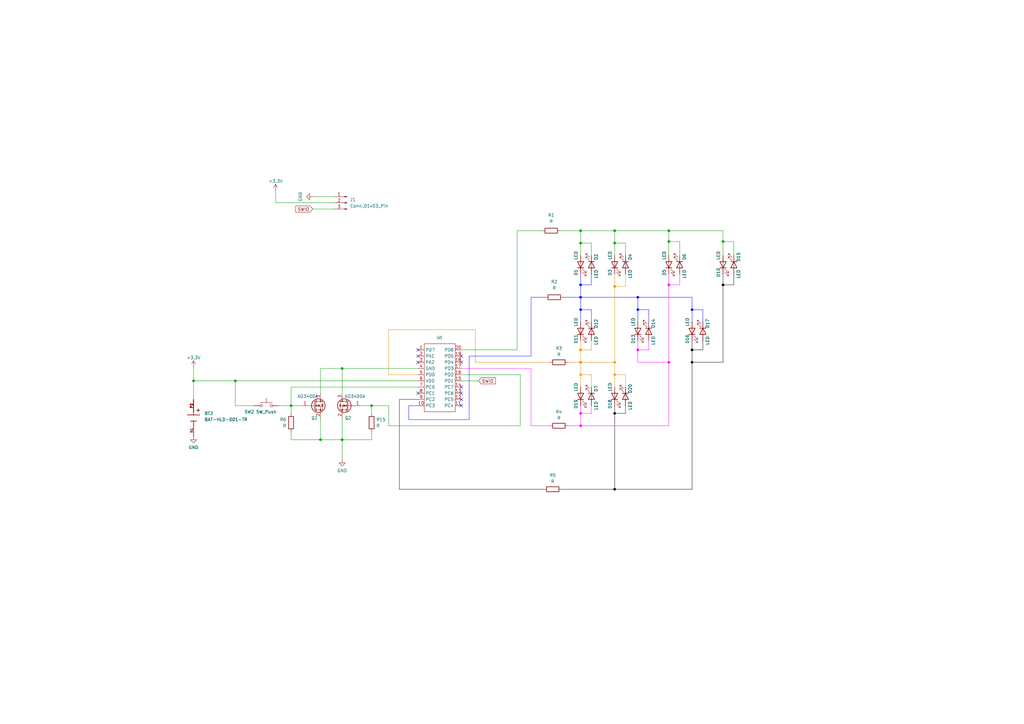
<source format=kicad_sch>
(kicad_sch (version 20230121) (generator eeschema)
  (paper "A3")
  (lib_symbols
    (symbol "1My_Symbols:CH32V003F4U6"
      (property "Reference" "U" (at 0 0 0))
      (symbol "CH32V003F4U6_0_1"
        (rectangle (start -6.35 -2.54) (end 6.35 -30.48))
      )
      (symbol "CH32V003F4U6_1_1"
        (pin bidirectional line (at -8.89 -5.08 0) (length 2.54) (name "PD7") (number "1"))
        (pin bidirectional line (at -8.89 -27.94 0) (length 2.54) (name "PC3") (number "10"))
        (pin bidirectional line (at 8.89 -27.94 180) (length 2.54) (name "PC4") (number "11"))
        (pin bidirectional line (at 8.89 -25.4 180) (length 2.54) (name "PC5") (number "12"))
        (pin bidirectional line (at 8.89 -22.86 180) (length 2.54) (name "PC6") (number "13"))
        (pin bidirectional line (at 8.89 -20.32 180) (length 2.54) (name "PC7") (number "14"))
        (pin bidirectional line (at 8.89 -17.78 180) (length 2.54) (name "PD1") (number "15"))
        (pin bidirectional line (at 8.89 -15.24 180) (length 2.54) (name "PD2") (number "16"))
        (pin bidirectional line (at 8.89 -12.7 180) (length 2.54) (name "PD3") (number "17"))
        (pin bidirectional line (at 8.89 -10.16 180) (length 2.54) (name "PD4") (number "18"))
        (pin bidirectional line (at 8.89 -7.62 180) (length 2.54) (name "PD5") (number "19"))
        (pin bidirectional line (at -8.89 -7.62 0) (length 2.54) (name "PA1") (number "2"))
        (pin bidirectional line (at 8.89 -5.08 180) (length 2.54) (name "PD6") (number "20"))
        (pin bidirectional line (at -8.9076 -10.1652 0) (length 2.54) (name "PA2") (number "3"))
        (pin bidirectional line (at -8.89 -12.7 0) (length 2.54) (name "GND") (number "4"))
        (pin bidirectional line (at -8.89 -15.24 0) (length 2.54) (name "PD0") (number "5"))
        (pin bidirectional line (at -8.89 -17.78 0) (length 2.54) (name "VDD") (number "6"))
        (pin bidirectional line (at -8.89 -20.32 0) (length 2.54) (name "PC0") (number "7"))
        (pin bidirectional line (at -8.89 -22.86 0) (length 2.54) (name "PC1") (number "8"))
        (pin bidirectional line (at -8.89 -25.4 0) (length 2.54) (name "PC2") (number "9"))
      )
    )
    (symbol "Connector:Conn_01x03_Pin" (pin_names (offset 1.016) hide)
      (property "Reference" "J" (at 0 5.08 0))
      (property "Value" "Conn_01x03_Pin" (at 0 -5.08 0))
      (symbol "Conn_01x03_Pin_1_1"
        (polyline (pts (xy 1.27 -2.54) (xy 0.8636 -2.54)) (stroke (width 0.1524)))
        (polyline (pts (xy 1.27 0) (xy 0.8636 0)) (stroke (width 0.1524)))
        (polyline (pts (xy 1.27 2.54) (xy 0.8636 2.54)) (stroke (width 0.1524)))
        (rectangle (start 0.8636 -2.413) (end 0 -2.667) (stroke (width 0.1524)) (fill (type outline)))
        (rectangle (start 0.8636 0.127) (end 0 -0.127) (stroke (width 0.1524)) (fill (type outline)))
        (rectangle (start 0.8636 2.667) (end 0 2.413) (stroke (width 0.1524)) (fill (type outline)))
        (pin passive line (at 5.08 2.54 180) (length 3.81) (name "Pin_1") (number "1"))
        (pin passive line (at 5.08 0 180) (length 3.81) (name "Pin_2") (number "2"))
        (pin passive line (at 5.08 -2.54 180) (length 3.81) (name "Pin_3") (number "3"))
      )
    )
    (symbol "Cr2035:BAT-HLD-001-TR" (pin_names (offset 1.016))
      (property "Reference" "BT" (at -3.81 3.81 0))
      (property "Value" "BAT-HLD-001-TR" (at -3.81 -5.08 0))
      (symbol "BAT-HLD-001-TR_0_0"
        (polyline (pts (xy -3.81 1.905) (xy -2.54 1.905)) (stroke (width 0.254)))
        (polyline (pts (xy -3.175 2.54) (xy -3.175 1.27)) (stroke (width 0.254)))
        (polyline (pts (xy -1.27 0) (xy -2.54 0)) (stroke (width 0.254)))
        (polyline (pts (xy -1.27 0) (xy -1.27 -2.54)) (stroke (width 0.254)))
        (polyline (pts (xy -1.27 2.54) (xy -1.27 0)) (stroke (width 0.254)))
        (polyline (pts (xy 1.27 0) (xy 1.27 -1.27)) (stroke (width 0.254)))
        (polyline (pts (xy 1.27 0) (xy 2.54 0)) (stroke (width 0.254)))
        (polyline (pts (xy 1.27 1.27) (xy 1.27 0)) (stroke (width 0.254)))
        (pin passive line (at 7.62 0 180) (length 5.08) (name "~") (number "N1"))
        (pin passive line (at -7.62 0 0) (length 5.08) (name "~") (number "P1"))
        (pin passive line (at -7.62 0 0) (length 5.08) (name "~") (number "P2"))
      )
    )
    (symbol "Device:LED" (pin_numbers hide) (pin_names (offset 1.016) hide)
      (property "Reference" "D" (at 0 2.54 0))
      (property "Value" "LED" (at 0 -2.54 0))
      (symbol "LED_0_1"
        (polyline (pts (xy -1.27 -1.27) (xy -1.27 1.27)) (stroke (width 0.254)))
        (polyline (pts (xy -1.27 0) (xy 1.27 0)))
        (polyline (pts (xy 1.27 -1.27) (xy 1.27 1.27) (xy -1.27 0) (xy 1.27 -1.27)) (stroke (width 0.254)))
        (polyline (pts (xy -3.048 -0.762) (xy -4.572 -2.286) (xy -3.81 -2.286) (xy -4.572 -2.286) (xy -4.572 -1.524)))
        (polyline (pts (xy -1.778 -0.762) (xy -3.302 -2.286) (xy -2.54 -2.286) (xy -3.302 -2.286) (xy -3.302 -1.524)))
      )
      (symbol "LED_1_1"
        (pin passive line (at -3.81 0 0) (length 2.54) (name "K") (number "1"))
        (pin passive line (at 3.81 0 180) (length 2.54) (name "A") (number "2"))
      )
    )
    (symbol "Device:R" (pin_numbers hide) (pin_names (offset 0))
      (property "Reference" "R" (at 2.032 0 90))
      (property "Value" "R" (at 0 0 90))
      (symbol "R_0_1"
        (rectangle (start -1.016 -2.54) (end 1.016 2.54) (stroke (width 0.254)))
      )
      (symbol "R_1_1"
        (pin passive line (at 0 3.81 270) (length 1.27) (name "~") (number "1"))
        (pin passive line (at 0 -3.81 90) (length 1.27) (name "~") (number "2"))
      )
    )
    (symbol "Switch:SW_Push" (pin_numbers hide) (pin_names (offset 1.016) hide)
      (property "Reference" "SW" (at 1.27 2.54 0))
      (property "Value" "SW_Push" (at 0 -1.524 0))
      (symbol "SW_Push_0_1"
        (circle (center -2.032 0) (radius 0.508))
        (polyline (pts (xy 0 1.27) (xy 0 3.048)))
        (polyline (pts (xy 2.54 1.27) (xy -2.54 1.27)))
        (circle (center 2.032 0) (radius 0.508))
        (pin passive line (at -5.08 0 0) (length 2.54) (name "1") (number "1"))
        (pin passive line (at 5.08 0 180) (length 2.54) (name "2") (number "2"))
      )
    )
    (symbol "Transistor_FET:AO3400A" (pin_names hide)
      (property "Reference" "Q" (at 5.08 1.905 0))
      (property "Value" "AO3400A" (at 5.08 0 0))
      (symbol "AO3400A_0_1"
        (polyline (pts (xy 0.254 0) (xy -2.54 0)))
        (polyline (pts (xy 0.254 1.905) (xy 0.254 -1.905)) (stroke (width 0.254)))
        (polyline (pts (xy 0.762 -1.27) (xy 0.762 -2.286)) (stroke (width 0.254)))
        (polyline (pts (xy 0.762 0.508) (xy 0.762 -0.508)) (stroke (width 0.254)))
        (polyline (pts (xy 0.762 2.286) (xy 0.762 1.27)) (stroke (width 0.254)))
        (polyline (pts (xy 2.54 2.54) (xy 2.54 1.778)))
        (polyline (pts (xy 2.54 -2.54) (xy 2.54 0) (xy 0.762 0)))
        (polyline (pts (xy 0.762 -1.778) (xy 3.302 -1.778) (xy 3.302 1.778) (xy 0.762 1.778)))
        (polyline (pts (xy 1.016 0) (xy 2.032 0.381) (xy 2.032 -0.381) (xy 1.016 0)) (fill (type outline)))
        (polyline (pts (xy 2.794 0.508) (xy 2.921 0.381) (xy 3.683 0.381) (xy 3.81 0.254)))
        (polyline (pts (xy 3.302 0.381) (xy 2.921 -0.254) (xy 3.683 -0.254) (xy 3.302 0.381)))
        (circle (center 1.651 0) (radius 2.794) (stroke (width 0.254)))
        (circle (center 2.54 -1.778) (radius 0.254) (fill (type outline)))
        (circle (center 2.54 1.778) (radius 0.254) (fill (type outline)))
      )
      (symbol "AO3400A_1_1"
        (pin input line (at -5.08 0 0) (length 2.54) (name "G") (number "1"))
        (pin passive line (at 2.54 -5.08 90) (length 2.54) (name "S") (number "2"))
        (pin passive line (at 2.54 5.08 270) (length 2.54) (name "D") (number "3"))
      )
    )
    (symbol "power:+3.3V" (power) (pin_names (offset 0))
      (property "Value" "+3.3V" (at 0 3.556 0))
      (symbol "+3.3V_0_1"
        (polyline (pts (xy -0.762 1.27) (xy 0 2.54)))
        (polyline (pts (xy 0 0) (xy 0 2.54)))
        (polyline (pts (xy 0 2.54) (xy 0.762 1.27)))
      )
      (symbol "+3.3V_1_1"
        (pin power_in line (at 0 0 90) (length 0) hide (name "+3.3V") (number "1"))
      )
    )
    (symbol "power:GND" (power) (pin_names (offset 0))
      (property "Value" "GND" (at 0 -3.81 0))
      (symbol "GND_0_1"
        (polyline (pts (xy 0 0) (xy 0 -1.27) (xy 1.27 -1.27) (xy 0 -2.54) (xy -1.27 -1.27) (xy 0 -1.27)))
      )
      (symbol "GND_1_1"
        (pin power_in line (at 0 0 270) (length 0) hide (name "GND") (number "1"))
      )
    )
  )
  (junction (at 238.125 169.545) (color 255 0 255 1))
  (junction (at 296.545 99.06))
  (junction (at 261.62 143.51) (color 255 0 255 1))
  (junction (at 252.095 153.67) (color 255 153 0 1))
  (junction (at 252.095 169.545) (color 0 0 0 1))
  (junction (at 140.335 180.34))
  (junction (at 238.125 153.67) (color 255 153 0 1))
  (junction (at 296.545 116.84) (color 0 0 0 1))
  (junction (at 152.4 166.37))
  (junction (at 252.095 200.66) (color 0 0 0 1))
  (junction (at 252.095 94.615))
  (junction (at 252.095 117.475) (color 221 133 0 1))
  (junction (at 238.125 94.615))
  (junction (at 252.095 99.695))
  (junction (at 238.125 148.59) (color 221 133 0 1))
  (junction (at 238.125 99.695))
  (junction (at 283.845 143.51) (color 0 0 0 1))
  (junction (at 79.375 156.21))
  (junction (at 283.845 148.59) (color 0 0 0 1))
  (junction (at 238.125 143.51) (color 221 133 0 1))
  (junction (at 283.845 127) (color 0 0 255 1))
  (junction (at 238.125 174.625) (color 255 0 255 1))
  (junction (at 261.62 121.92) (color 0 0 255 1))
  (junction (at 261.62 127) (color 0 0 255 1))
  (junction (at 238.125 121.92) (color 0 0 255 1))
  (junction (at 140.335 151.13))
  (junction (at 131.445 180.34))
  (junction (at 252.095 148.59) (color 255 153 0 1))
  (junction (at 274.32 94.615))
  (junction (at 274.32 116.84) (color 255 0 255 1))
  (junction (at 274.32 99.06))
  (junction (at 274.32 148.59) (color 255 0 255 1))
  (junction (at 119.38 166.37))
  (junction (at 238.125 116.84) (color 0 0 255 1))
  (junction (at 238.125 127) (color 0 0 255 1))
  (junction (at 96.52 156.21))
  (no_connect (at 189.23 161.29))
  (no_connect (at 171.45 146.05))
  (no_connect (at 189.23 163.83))
  (no_connect (at 171.45 161.29))
  (no_connect (at 189.23 146.05))
  (no_connect (at 171.45 143.51))
  (no_connect (at 171.45 148.59))
  (no_connect (at 189.23 158.75))
  (no_connect (at 189.23 148.59))
  (no_connect (at 189.23 166.37))
  (wire (pts (xy 296.545 99.06) (xy 300.99 99.06)))
  (wire (pts (xy 256.54 169.545) (xy 256.54 166.37)) (stroke (width 0) (color 0 0 0 1)))
  (wire (pts (xy 212.09 94.615) (xy 222.25 94.615)))
  (wire (pts (xy 119.38 158.75) (xy 119.38 166.37)))
  (wire (pts (xy 159.385 135.255) (xy 159.385 153.67)) (stroke (width 0) (color 221 133 0 1)))
  (wire (pts (xy 300.99 99.06) (xy 300.99 104.775)))
  (wire (pts (xy 256.54 99.695) (xy 256.54 104.775)))
  (wire (pts (xy 119.38 177.165) (xy 119.38 180.34)))
  (wire (pts (xy 261.62 132.08) (xy 261.62 127)) (stroke (width 0) (color 0 0 255 1)))
  (wire (pts (xy 217.805 121.92) (xy 223.52 121.92)) (stroke (width 0) (color 0 0 255 1)))
  (wire (pts (xy 167.64 172.085) (xy 167.64 166.37)) (stroke (width 0) (color 0 0 255 1)))
  (wire (pts (xy 238.125 104.775) (xy 238.125 99.695)))
  (wire (pts (xy 252.095 117.475) (xy 256.54 117.475)) (stroke (width 0) (color 221 133 0 1)))
  (wire (pts (xy 252.095 94.615) (xy 274.32 94.615)))
  (wire (pts (xy 283.845 143.51) (xy 288.29 143.51)) (stroke (width 0) (color 0 0 0 1)))
  (wire (pts (xy 296.545 94.615) (xy 296.545 99.06)))
  (wire (pts (xy 238.125 99.695) (xy 242.57 99.695)))
  (wire (pts (xy 238.125 153.67) (xy 242.57 153.67)) (stroke (width 0) (color 221 133 0 1)))
  (wire (pts (xy 278.765 112.395) (xy 278.765 116.84)) (stroke (width 0) (color 255 0 255 1)))
  (wire (pts (xy 274.32 104.775) (xy 274.32 99.06)))
  (wire (pts (xy 266.065 143.51) (xy 266.065 139.7)) (stroke (width 0) (color 255 0 255 1)))
  (wire (pts (xy 261.62 148.59) (xy 274.32 148.59)) (stroke (width 0) (color 255 0 255 1)))
  (wire (pts (xy 123.825 166.37) (xy 119.38 166.37)))
  (wire (pts (xy 252.095 99.695) (xy 252.095 94.615)))
  (wire (pts (xy 252.095 112.395) (xy 252.095 117.475)) (stroke (width 0) (color 221 133 0 1)))
  (wire (pts (xy 296.545 116.84) (xy 300.99 116.84)) (stroke (width 0) (color 0 0 0 1)))
  (wire (pts (xy 274.32 99.06) (xy 278.765 99.06)))
  (wire (pts (xy 283.845 148.59) (xy 283.845 200.66)) (stroke (width 0) (color 0 0 0 1)))
  (wire (pts (xy 238.125 112.395) (xy 238.125 116.84)) (stroke (width 0) (color 0 0 255 1)))
  (wire (pts (xy 274.32 112.395) (xy 274.32 116.84)) (stroke (width 0) (color 255 0 255 1)))
  (wire (pts (xy 79.375 156.21) (xy 96.52 156.21)))
  (wire (pts (xy 274.32 99.06) (xy 274.32 94.615)))
  (wire (pts (xy 238.125 148.59) (xy 252.095 148.59)) (stroke (width 0) (color 221 133 0 1)))
  (wire (pts (xy 104.14 166.37) (xy 96.52 166.37)))
  (wire (pts (xy 238.125 121.92) (xy 261.62 121.92)) (stroke (width 0) (color 0 0 255 1)))
  (wire (pts (xy 274.32 94.615) (xy 296.545 94.615)))
  (wire (pts (xy 113.03 83.185) (xy 137.16 83.185)))
  (wire (pts (xy 79.375 156.21) (xy 79.375 150.495)))
  (wire (pts (xy 256.54 117.475) (xy 256.54 112.395)) (stroke (width 0) (color 221 133 0 1)))
  (wire (pts (xy 238.125 143.51) (xy 238.125 148.59)) (stroke (width 0) (color 221 133 0 1)))
  (wire (pts (xy 238.125 169.545) (xy 238.125 174.625)) (stroke (width 0) (color 255 0 255 1)))
  (wire (pts (xy 252.095 99.695) (xy 256.54 99.695)))
  (wire (pts (xy 261.62 127) (xy 266.065 127)) (stroke (width 0) (color 0 0 255 1)))
  (wire (pts (xy 242.57 139.7) (xy 242.57 143.51)) (stroke (width 0) (color 221 133 0 1)))
  (wire (pts (xy 131.445 161.29) (xy 131.445 151.13)))
  (wire (pts (xy 252.095 158.75) (xy 252.095 153.67)) (stroke (width 0) (color 221 133 0 1)))
  (wire (pts (xy 283.845 127) (xy 288.29 127)) (stroke (width 0) (color 0 0 255 1)))
  (wire (pts (xy 189.23 151.13) (xy 217.805 151.13)) (stroke (width 0) (color 255 0 255 1)))
  (wire (pts (xy 252.095 153.67) (xy 256.54 153.67)) (stroke (width 0) (color 221 133 0 1)))
  (wire (pts (xy 283.845 121.92) (xy 261.62 121.92)) (stroke (width 0) (color 0 0 255 1)))
  (wire (pts (xy 242.57 169.545) (xy 242.57 166.37)) (stroke (width 0) (color 255 0 255 1)))
  (wire (pts (xy 128.27 85.725) (xy 137.16 85.725)))
  (wire (pts (xy 252.095 148.59) (xy 252.095 153.67)) (stroke (width 0) (color 255 153 0 1)))
  (wire (pts (xy 283.845 139.7) (xy 283.845 143.51)) (stroke (width 0) (color 0 0 0 1)))
  (wire (pts (xy 238.125 127) (xy 238.125 121.92)) (stroke (width 0) (color 0 0 255 1)))
  (wire (pts (xy 283.845 127) (xy 283.845 121.92)) (stroke (width 0) (color 0 0 255 1)))
  (wire (pts (xy 140.335 151.13) (xy 171.45 151.13)))
  (wire (pts (xy 159.385 166.37) (xy 152.4 166.37)))
  (wire (pts (xy 283.845 143.51) (xy 283.845 148.59)) (stroke (width 0) (color 0 0 0 1)))
  (wire (pts (xy 217.805 151.13) (xy 217.805 174.625)) (stroke (width 0) (color 255 0 255 1)))
  (wire (pts (xy 252.095 169.545) (xy 252.095 200.66)) (stroke (width 0) (color 0 0 0 1)))
  (wire (pts (xy 274.32 148.59) (xy 274.32 174.625)) (stroke (width 0) (color 255 0 255 1)))
  (wire (pts (xy 113.03 83.185) (xy 113.03 78.105)))
  (wire (pts (xy 163.83 200.66) (xy 222.885 200.66)) (stroke (width 0) (color 0 0 0 1)))
  (wire (pts (xy 252.095 117.475) (xy 252.095 148.59)) (stroke (width 0) (color 221 133 0 1)))
  (wire (pts (xy 140.335 180.34) (xy 140.335 188.595)))
  (wire (pts (xy 189.23 156.21) (xy 196.215 156.21)))
  (wire (pts (xy 171.45 158.75) (xy 119.38 158.75)))
  (wire (pts (xy 233.045 148.59) (xy 238.125 148.59)) (stroke (width 0) (color 221 133 0 1)))
  (wire (pts (xy 194.945 148.59) (xy 225.425 148.59)) (stroke (width 0) (color 221 133 0 1)))
  (wire (pts (xy 296.545 104.775) (xy 296.545 99.06)))
  (wire (pts (xy 238.125 99.695) (xy 238.125 94.615)))
  (wire (pts (xy 147.955 166.37) (xy 152.4 166.37)))
  (wire (pts (xy 256.54 153.67) (xy 256.54 158.75)) (stroke (width 0) (color 221 133 0 1)))
  (wire (pts (xy 238.125 116.84) (xy 242.57 116.84)) (stroke (width 0) (color 0 0 255 1)))
  (wire (pts (xy 152.4 180.34) (xy 140.335 180.34)))
  (wire (pts (xy 238.125 127) (xy 242.57 127)) (stroke (width 0) (color 0 0 255 1)))
  (wire (pts (xy 238.125 132.08) (xy 238.125 127)) (stroke (width 0) (color 0 0 255 1)))
  (wire (pts (xy 274.32 116.84) (xy 278.765 116.84)) (stroke (width 0) (color 255 0 255 1)))
  (wire (pts (xy 238.125 174.625) (xy 274.32 174.625)) (stroke (width 0) (color 255 0 255 1)))
  (wire (pts (xy 194.945 135.255) (xy 159.385 135.255)) (stroke (width 0) (color 221 133 0 1)))
  (wire (pts (xy 261.62 143.51) (xy 266.065 143.51)) (stroke (width 0) (color 255 0 255 1)))
  (wire (pts (xy 252.095 169.545) (xy 256.54 169.545)) (stroke (width 0) (color 0 0 0 1)))
  (wire (pts (xy 242.57 99.695) (xy 242.57 104.775)))
  (wire (pts (xy 194.945 148.59) (xy 194.945 135.255)) (stroke (width 0) (color 221 133 0 1)))
  (wire (pts (xy 288.29 143.51) (xy 288.29 139.7)) (stroke (width 0) (color 0 0 0 1)))
  (wire (pts (xy 119.38 166.37) (xy 119.38 169.545)))
  (wire (pts (xy 278.765 99.06) (xy 278.765 104.775)))
  (wire (pts (xy 217.805 121.92) (xy 217.805 146.05)) (stroke (width 0) (color 0 0 255 1)))
  (wire (pts (xy 252.095 104.775) (xy 252.095 99.695)))
  (wire (pts (xy 128.27 80.645) (xy 137.16 80.645)))
  (wire (pts (xy 159.385 153.67) (xy 171.45 153.67)) (stroke (width 0) (color 221 133 0 1)))
  (wire (pts (xy 252.095 166.37) (xy 252.095 169.545)) (stroke (width 0) (color 0 0 0 1)))
  (wire (pts (xy 242.57 127) (xy 242.57 132.08)) (stroke (width 0) (color 0 0 255 1)))
  (wire (pts (xy 238.125 94.615) (xy 252.095 94.615)))
  (wire (pts (xy 212.09 94.615) (xy 212.09 143.51)))
  (wire (pts (xy 189.23 153.67) (xy 213.36 153.67)))
  (wire (pts (xy 238.125 153.67) (xy 238.125 148.59)) (stroke (width 0) (color 221 133 0 1)))
  (wire (pts (xy 163.83 163.83) (xy 171.45 163.83)) (stroke (width 0) (color 0 0 0 1)))
  (wire (pts (xy 261.62 143.51) (xy 261.62 148.59)) (stroke (width 0) (color 255 0 255 1)))
  (wire (pts (xy 274.32 116.84) (xy 274.32 148.59)) (stroke (width 0) (color 255 0 255 1)))
  (wire (pts (xy 238.125 169.545) (xy 242.57 169.545)) (stroke (width 0) (color 255 0 255 1)))
  (wire (pts (xy 242.57 153.67) (xy 242.57 158.75)) (stroke (width 0) (color 221 133 0 1)))
  (wire (pts (xy 140.335 151.13) (xy 140.335 161.29)))
  (wire (pts (xy 238.125 166.37) (xy 238.125 169.545)) (stroke (width 0) (color 255 0 255 1)))
  (wire (pts (xy 96.52 156.21) (xy 171.45 156.21)))
  (wire (pts (xy 288.29 127) (xy 288.29 132.08)) (stroke (width 0) (color 0 0 255 1)))
  (wire (pts (xy 213.36 174.625) (xy 159.385 174.625)))
  (wire (pts (xy 229.87 94.615) (xy 238.125 94.615)))
  (wire (pts (xy 283.845 132.08) (xy 283.845 127)) (stroke (width 0) (color 0 0 255 1)))
  (wire (pts (xy 96.52 166.37) (xy 96.52 156.21)))
  (wire (pts (xy 300.99 112.395) (xy 300.99 116.84)) (stroke (width 0) (color 0 0 0 1)))
  (wire (pts (xy 167.64 166.37) (xy 171.45 166.37)) (stroke (width 0) (color 0 0 255 1)))
  (wire (pts (xy 238.125 121.92) (xy 231.14 121.92)) (stroke (width 0) (color 0 0 255 1)))
  (wire (pts (xy 296.545 112.395) (xy 296.545 116.84)) (stroke (width 0) (color 0 0 0 1)))
  (wire (pts (xy 192.405 146.05) (xy 192.405 172.085)) (stroke (width 0) (color 0 0 255 1)))
  (wire (pts (xy 296.545 148.59) (xy 283.845 148.59)) (stroke (width 0) (color 0 0 0 1)))
  (wire (pts (xy 159.385 174.625) (xy 159.385 166.37)))
  (wire (pts (xy 131.445 171.45) (xy 131.445 180.34)))
  (wire (pts (xy 233.045 174.625) (xy 238.125 174.625)) (stroke (width 0) (color 255 0 255 1)))
  (wire (pts (xy 152.4 166.37) (xy 152.4 169.545)))
  (wire (pts (xy 296.545 116.84) (xy 296.545 148.59)) (stroke (width 0) (color 0 0 0 1)))
  (wire (pts (xy 192.405 172.085) (xy 167.64 172.085)) (stroke (width 0) (color 0 0 255 1)))
  (wire (pts (xy 252.095 200.66) (xy 283.845 200.66)) (stroke (width 0) (color 0 0 0 1)))
  (wire (pts (xy 213.36 153.67) (xy 213.36 174.625)))
  (wire (pts (xy 131.445 151.13) (xy 140.335 151.13)))
  (wire (pts (xy 238.125 158.75) (xy 238.125 153.67)) (stroke (width 0) (color 221 133 0 1)))
  (wire (pts (xy 212.09 143.51) (xy 189.23 143.51)))
  (wire (pts (xy 225.425 174.625) (xy 217.805 174.625)) (stroke (width 0) (color 255 0 255 1)))
  (wire (pts (xy 131.445 180.34) (xy 119.38 180.34)))
  (wire (pts (xy 261.62 127) (xy 261.62 121.92)) (stroke (width 0) (color 0 0 255 1)))
  (wire (pts (xy 152.4 177.165) (xy 152.4 180.34)))
  (wire (pts (xy 266.065 127) (xy 266.065 132.08)) (stroke (width 0) (color 0 0 255 1)))
  (wire (pts (xy 163.83 200.66) (xy 163.83 163.83)) (stroke (width 0) (color 0 0 0 1)))
  (wire (pts (xy 140.335 171.45) (xy 140.335 180.34)))
  (wire (pts (xy 238.125 139.7) (xy 238.125 143.51)) (stroke (width 0) (color 221 133 0 1)))
  (wire (pts (xy 131.445 180.34) (xy 140.335 180.34)))
  (wire (pts (xy 192.405 146.05) (xy 217.805 146.05)) (stroke (width 0) (color 0 0 255 1)))
  (wire (pts (xy 238.125 143.51) (xy 242.57 143.51)) (stroke (width 0) (color 221 133 0 1)))
  (wire (pts (xy 242.57 116.84) (xy 242.57 112.395)) (stroke (width 0) (color 0 0 255 1)))
  (wire (pts (xy 79.375 156.21) (xy 79.375 163.83)))
  (wire (pts (xy 261.62 139.7) (xy 261.62 143.51)) (stroke (width 0) (color 255 0 255 1)))
  (wire (pts (xy 238.125 116.84) (xy 238.125 121.92)) (stroke (width 0) (color 0 0 255 1)))
  (wire (pts (xy 114.3 166.37) (xy 119.38 166.37)))
  (wire (pts (xy 230.505 200.66) (xy 252.095 200.66)) (stroke (width 0) (color 0 0 0 1)))
  (global_label "SWIO" (shape input) (at 128.27 85.725 180) (property "Intersheetrefs" "${INTERSHEET_REFS}" (effects hide)))
  (global_label "SWIO" (shape input) (at 196.215 156.21 0) (property "Intersheetrefs" "${INTERSHEET_REFS}" (effects hide)))
  (symbol (lib_id "power:GND") (at 79.375 179.07 0) (unit 1)
    (property "Reference" "#PWR02" (effects hide))
    (property "Value" "GND" (at 79.375 183.515 0))
  )
  (symbol (lib_id "Device:R") (at 119.38 173.355 0) (mirror y) (unit 1)
    (property "Reference" "R6" (at 117.475 172.085 0) (effects (justify left)))
    (property "Value" "R" (at 117.475 174.625 0) (effects (justify left)))
    (property "Footprint" "Resistor_SMD:R_0603_1608Metric" (effects hide))
  )
  (symbol (lib_id "Device:LED") (at 238.125 108.585 90) (unit 1)
    (property "Reference" "D1" (at 236.22 111.76 0))
    (property "Value" "LED" (at 236.22 104.775 0))
    (property "Footprint" "LED_SMD:LED_0603_1608Metric" (effects hide))
  )
  (symbol (lib_id "1My_Symbols:CH32V003F4U6") (at 180.34 138.43 0) (unit 1)
    (property "Reference" "U1" (at 180.3312 138.43 0))
    (property "Value" "~" (at 180.34 138.43 0))
    (property "Footprint" "Package_DFN_QFN:QFN-20-1EP_3x3mm_P0.4mm_EP1.65x1.65mm" (effects hide))
  )
  (symbol (lib_id "Device:LED") (at 256.54 162.56 270) (unit 1)
    (property "Reference" "D20" (at 258.445 159.385 0))
    (property "Value" "LED" (at 258.445 166.37 0))
    (property "Footprint" "LED_SMD:LED_0603_1608Metric" (effects hide))
  )
  (symbol (lib_id "Device:LED") (at 242.57 135.89 270) (unit 1)
    (property "Reference" "D12" (at 244.475 132.715 0))
    (property "Value" "LED" (at 244.475 139.7 0))
    (property "Footprint" "LED_SMD:LED_0603_1608Metric" (effects hide))
  )
  (symbol (lib_id "Cr2035:BAT-HLD-001-TR") (at 79.375 171.45 270) (unit 1)
    (property "Reference" "BT2" (at 83.82 169.545 90) (effects (justify left)))
    (property "Value" "BAT-HLD-001-TR" (at 83.82 172.085 90) (effects (justify left)))
    (property "Footprint" "CR2032:BAT_BAT-HLD-001-TR" (effects hide))
    (property "MF" "Linx Technologies" (effects hide))
    (property "MAXIMUM_PACKAGE_HEIGHT" "4.2 mm" (effects hide))
    (property "Package" "None" (effects hide))
    (property "Price" "None" (effects hide))
    (property "Check_prices" "https://www.snapeda.com/parts/BAT-HLD-001-TR/Linx+Technologies+Inc./view-part/?ref=eda" (effects hide))
    (property "STANDARD" "Manufacturer Recommendations" (effects hide))
    (property "PARTREV" "B" (effects hide))
    (property "SnapEDA_Link" "https://www.snapeda.com/parts/BAT-HLD-001-TR/Linx+Technologies+Inc./view-part/?ref=snap" (effects hide))
    (property "MP" "BAT-HLD-001-TR" (effects hide))
    (property "Description" "\nHolder for CR2032 and CR2025 Batteries, Surface-Mount, Tape and Reel Packaging\n" (effects hide))
    (property "Availability" "In Stock" (effects hide))
    (property "MANUFACTURER" "Linx Technologies" (effects hide))
  )
  (symbol (lib_id "Device:LED") (at 238.125 162.56 90) (unit 1)
    (property "Reference" "D19" (at 236.22 165.735 0))
    (property "Value" "LED" (at 236.22 158.75 0))
    (property "Footprint" "LED_SMD:LED_0603_1608Metric" (effects hide))
  )
  (symbol (lib_id "Device:LED") (at 278.765 108.585 270) (unit 1)
    (property "Reference" "D6" (at 280.67 105.41 0))
    (property "Value" "LED" (at 280.67 112.395 0))
    (property "Footprint" "LED_SMD:LED_0603_1608Metric" (effects hide))
  )
  (symbol (lib_id "Device:LED") (at 261.62 135.89 90) (unit 1)
    (property "Reference" "D13" (at 259.715 139.065 0))
    (property "Value" "LED" (at 259.715 132.08 0))
    (property "Footprint" "LED_SMD:LED_0603_1608Metric" (effects hide))
  )
  (symbol (lib_id "power:+3.3V") (at 79.375 150.495 0) (mirror y) (unit 1)
    (property "Reference" "#PWR01" (effects hide))
    (property "Value" "+3.3V" (at 79.375 146.685 0))
  )
  (symbol (lib_id "Device:LED") (at 252.095 162.56 90) (unit 1)
    (property "Reference" "D18" (at 250.19 165.735 0))
    (property "Value" "LED" (at 250.19 158.75 0))
    (property "Footprint" "LED_SMD:LED_0603_1608Metric" (effects hide))
  )
  (symbol (lib_id "Device:LED") (at 242.57 108.585 270) (unit 1)
    (property "Reference" "D2" (at 244.475 105.41 0))
    (property "Value" "LED" (at 244.475 112.395 0))
    (property "Footprint" "LED_SMD:LED_0603_1608Metric" (effects hide))
  )
  (symbol (lib_id "Device:R") (at 152.4 173.355 0) (unit 1)
    (property "Reference" "R15" (at 154.305 172.085 0) (effects (justify left)))
    (property "Value" "R" (at 154.305 174.625 0) (effects (justify left)))
    (property "Footprint" "Resistor_SMD:R_0603_1608Metric" (effects hide))
  )
  (symbol (lib_id "Device:LED") (at 288.29 135.89 270) (unit 1)
    (property "Reference" "D17" (at 290.195 132.715 0))
    (property "Value" "LED" (at 290.195 139.7 0))
    (property "Footprint" "LED_SMD:LED_0603_1608Metric" (effects hide))
  )
  (symbol (lib_id "Device:LED") (at 238.125 135.89 90) (unit 1)
    (property "Reference" "D11" (at 236.22 139.065 0))
    (property "Value" "LED" (at 236.22 132.08 0))
    (property "Footprint" "LED_SMD:LED_0603_1608Metric" (effects hide))
  )
  (symbol (lib_id "Device:LED") (at 300.99 108.585 270) (unit 1)
    (property "Reference" "D15" (at 302.895 105.41 0))
    (property "Value" "LED" (at 302.895 112.395 0))
    (property "Footprint" "LED_SMD:LED_0603_1608Metric" (effects hide))
  )
  (symbol (lib_id "Device:LED") (at 256.54 108.585 270) (unit 1)
    (property "Reference" "D4" (at 258.445 105.41 0))
    (property "Value" "LED" (at 258.445 112.395 0))
    (property "Footprint" "LED_SMD:LED_0603_1608Metric" (effects hide))
  )
  (symbol (lib_id "Device:R") (at 226.695 200.66 270) (unit 1)
    (property "Reference" "R5" (at 226.695 194.945 90))
    (property "Value" "R" (at 226.695 197.485 90))
    (property "Footprint" "Resistor_SMD:R_0603_1608Metric" (effects hide))
  )
  (symbol (lib_id "Device:LED") (at 283.845 135.89 90) (unit 1)
    (property "Reference" "D16" (at 281.94 139.065 0))
    (property "Value" "LED" (at 281.94 132.08 0))
    (property "Footprint" "LED_SMD:LED_0603_1608Metric" (effects hide))
  )
  (symbol (lib_id "power:GND") (at 128.27 80.645 270) (mirror x) (unit 1)
    (property "Reference" "#PWR06" (effects hide))
    (property "Value" "GND" (at 123.19 80.645 0))
  )
  (symbol (lib_id "Device:LED") (at 242.57 162.56 270) (unit 1)
    (property "Reference" "D7" (at 244.475 159.385 0))
    (property "Value" "LED" (at 244.475 166.37 0))
    (property "Footprint" "LED_SMD:LED_0603_1608Metric" (effects hide))
  )
  (symbol (lib_id "power:+3.3V") (at 113.03 78.105 0) (unit 1)
    (property "Reference" "#PWR012" (effects hide))
    (property "Value" "+3.3V" (at 113.03 74.295 0))
  )
  (symbol (lib_id "Connector:Conn_01x03_Pin") (at 142.24 83.185 0) (mirror y) (unit 1)
    (property "Reference" "J1" (at 143.51 81.915 0) (effects (justify right)))
    (property "Value" "Conn_01x03_Pin" (at 143.51 84.455 0) (effects (justify right)))
    (property "Footprint" "Connector_PinHeader_2.00mm:PinHeader_1x03_P2.00mm_Vertical" (effects hide))
  )
  (symbol (lib_id "Device:R") (at 227.33 121.92 270) (unit 1)
    (property "Reference" "R2" (at 227.33 115.57 90))
    (property "Value" "R" (at 227.33 118.11 90))
    (property "Footprint" "Resistor_SMD:R_0603_1608Metric" (effects hide))
  )
  (symbol (lib_id "Transistor_FET:AO3400A") (at 128.905 166.37 0) (unit 1)
    (property "Reference" "Q1" (at 127.635 171.45 0) (effects (justify left)))
    (property "Value" "AO3400A" (at 121.92 162.56 0) (effects (justify left)))
    (property "Footprint" "Package_TO_SOT_SMD:SOT-23" (effects hide))
    (property "Datasheet" "http://www.aosmd.com/pdfs/datasheet/AO3400A.pdf" (effects hide))
  )
  (symbol (lib_id "Device:LED") (at 266.065 135.89 270) (unit 1)
    (property "Reference" "D14" (at 267.97 132.715 0))
    (property "Value" "LED" (at 267.97 139.7 0))
    (property "Footprint" "LED_SMD:LED_0603_1608Metric" (effects hide))
  )
  (symbol (lib_id "Device:LED") (at 274.32 108.585 90) (unit 1)
    (property "Reference" "D5" (at 272.415 111.76 0))
    (property "Value" "LED" (at 272.415 104.775 0))
    (property "Footprint" "LED_SMD:LED_0603_1608Metric" (effects hide))
  )
  (symbol (lib_id "Switch:SW_Push") (at 109.22 166.37 0) (mirror y) (unit 1)
    (property "Reference" "SW2" (at 102.235 168.91 0))
    (property "Value" "SW_Push" (at 109.22 168.91 0))
    (property "Footprint" "Button_Switch_SMD:SW_SPST_PTS810" (effects hide))
  )
  (symbol (lib_id "Device:R") (at 229.235 174.625 270) (unit 1)
    (property "Reference" "R4" (at 229.235 168.91 90))
    (property "Value" "R" (at 229.235 171.45 90))
    (property "Footprint" "Resistor_SMD:R_0603_1608Metric" (effects hide))
  )
  (symbol (lib_id "power:GND") (at 140.335 188.595 0) (mirror y) (unit 1)
    (property "Reference" "#PWR03" (effects hide))
    (property "Value" "GND" (at 140.335 193.04 0))
  )
  (symbol (lib_id "Device:LED") (at 252.095 108.585 90) (unit 1)
    (property "Reference" "D3" (at 250.19 111.76 0))
    (property "Value" "LED" (at 250.19 104.775 0))
    (property "Footprint" "LED_SMD:LED_0603_1608Metric" (effects hide))
  )
  (symbol (lib_id "Device:R") (at 226.06 94.615 90) (unit 1)
    (property "Reference" "R1" (at 226.06 88.265 90))
    (property "Value" "R" (at 226.06 90.805 90))
    (property "Footprint" "Resistor_SMD:R_0603_1608Metric" (effects hide))
  )
  (symbol (lib_id "Transistor_FET:AO3400A") (at 142.875 166.37 0) (mirror y) (unit 1)
    (property "Reference" "Q2" (at 144.145 171.45 0) (effects (justify left)))
    (property "Value" "AO3400A" (at 149.86 162.56 0) (effects (justify left)))
    (property "Footprint" "Package_TO_SOT_SMD:SOT-23" (effects hide))
    (property "Datasheet" "http://www.aosmd.com/pdfs/datasheet/AO3400A.pdf" (effects hide))
  )
  (symbol (lib_id "Device:R") (at 229.235 148.59 270) (unit 1)
    (property "Reference" "R3" (at 229.235 142.875 90))
    (property "Value" "R" (at 229.235 145.415 90))
    (property "Footprint" "Resistor_SMD:R_0603_1608Metric" (effects hide))
  )
  (symbol (lib_id "Device:LED") (at 296.545 108.585 90) (unit 1)
    (property "Reference" "D10" (at 294.64 111.76 0))
    (property "Value" "LED" (at 294.64 104.775 0))
    (property "Footprint" "LED_SMD:LED_0603_1608Metric" (effects hide))
  )
)
</source>
